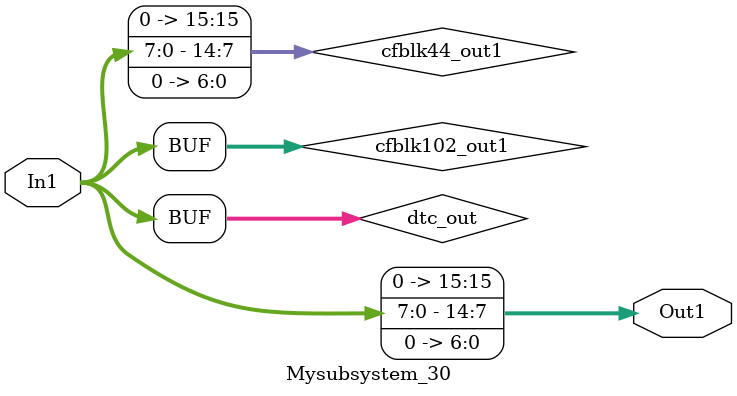
<source format=v>



`timescale 1 ns / 1 ns

module Mysubsystem_30
          (In1,
           Out1);


  input   [7:0] In1;  // uint8
  output  [15:0] Out1;  // ufix16_En7


  wire [7:0] dtc_out;  // ufix8
  wire [7:0] cfblk102_out1;  // uint8
  wire [15:0] cfblk44_out1;  // ufix16_En7


  assign dtc_out = In1;



  assign cfblk102_out1 = dtc_out;



  assign cfblk44_out1 = {1'b0, {cfblk102_out1, 7'b0000000}};



  assign Out1 = cfblk44_out1;

endmodule  // Mysubsystem_30


</source>
